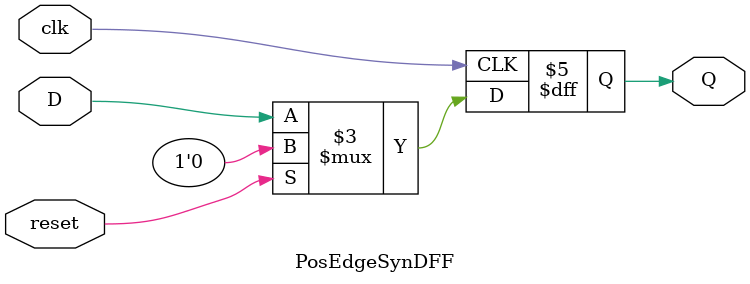
<source format=v>
module PosEdgeAsynDFF (input D, input clk, input reset, output reg Q);
	always @ (posedge clk or posedge reset) begin
	if (reset)
		Q <= 1'b0;
	else
		Q <= D;
	end
endmodule

module PosEdgeSynDFF (input D, input clk, input reset, output reg Q);
	always @ (posedge clk) begin
		if (reset)
			Q <= 1'b0;
		else
			Q <= D;
	end
endmodule

</source>
